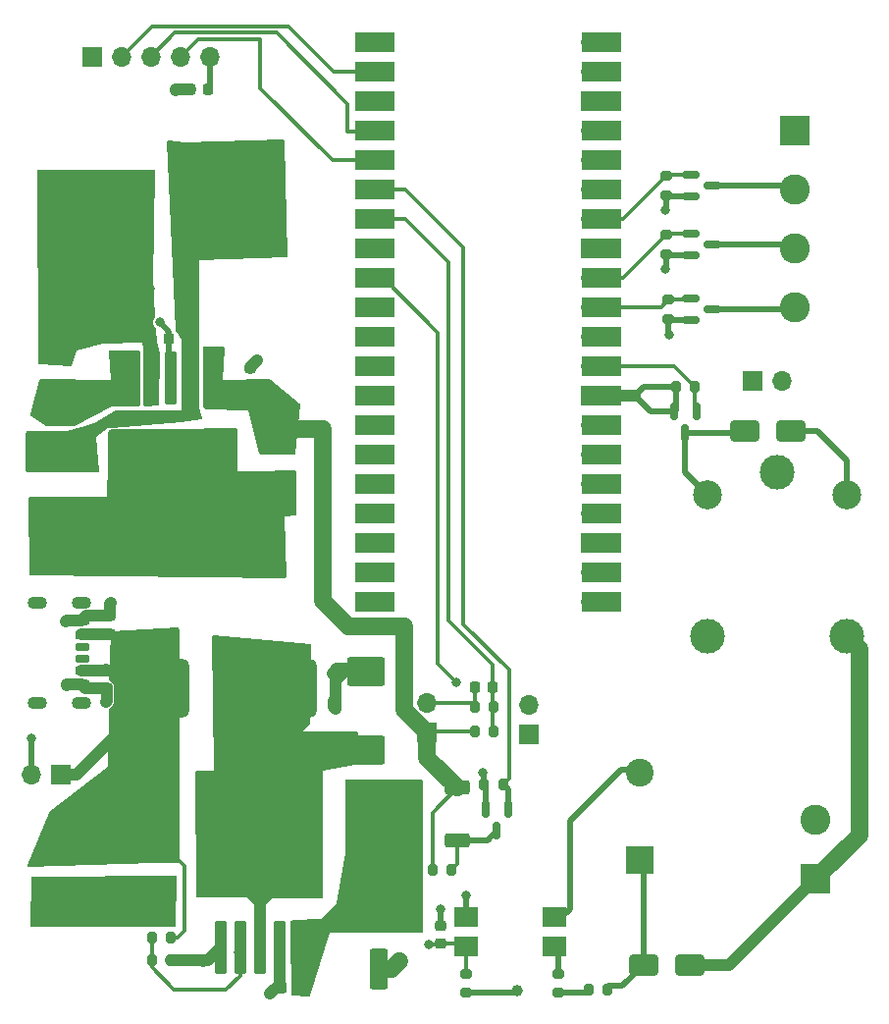
<source format=gbr>
%TF.GenerationSoftware,KiCad,Pcbnew,7.0.10*%
%TF.CreationDate,2024-02-03T01:06:53+01:00*%
%TF.ProjectId,Powerlabstech_Stool,506f7765-726c-4616-9273-746563685f53,rev?*%
%TF.SameCoordinates,Original*%
%TF.FileFunction,Copper,L1,Top*%
%TF.FilePolarity,Positive*%
%FSLAX46Y46*%
G04 Gerber Fmt 4.6, Leading zero omitted, Abs format (unit mm)*
G04 Created by KiCad (PCBNEW 7.0.10) date 2024-02-03 01:06:53*
%MOMM*%
%LPD*%
G01*
G04 APERTURE LIST*
G04 Aperture macros list*
%AMRoundRect*
0 Rectangle with rounded corners*
0 $1 Rounding radius*
0 $2 $3 $4 $5 $6 $7 $8 $9 X,Y pos of 4 corners*
0 Add a 4 corners polygon primitive as box body*
4,1,4,$2,$3,$4,$5,$6,$7,$8,$9,$2,$3,0*
0 Add four circle primitives for the rounded corners*
1,1,$1+$1,$2,$3*
1,1,$1+$1,$4,$5*
1,1,$1+$1,$6,$7*
1,1,$1+$1,$8,$9*
0 Add four rect primitives between the rounded corners*
20,1,$1+$1,$2,$3,$4,$5,0*
20,1,$1+$1,$4,$5,$6,$7,0*
20,1,$1+$1,$6,$7,$8,$9,0*
20,1,$1+$1,$8,$9,$2,$3,0*%
G04 Aperture macros list end*
%TA.AperFunction,SMDPad,CuDef*%
%ADD10RoundRect,0.175000X-0.425000X0.175000X-0.425000X-0.175000X0.425000X-0.175000X0.425000X0.175000X0*%
%TD*%
%TA.AperFunction,SMDPad,CuDef*%
%ADD11RoundRect,0.190000X0.410000X-0.190000X0.410000X0.190000X-0.410000X0.190000X-0.410000X-0.190000X0*%
%TD*%
%TA.AperFunction,SMDPad,CuDef*%
%ADD12RoundRect,0.200000X0.400000X-0.200000X0.400000X0.200000X-0.400000X0.200000X-0.400000X-0.200000X0*%
%TD*%
%TA.AperFunction,SMDPad,CuDef*%
%ADD13RoundRect,0.175000X0.425000X-0.175000X0.425000X0.175000X-0.425000X0.175000X-0.425000X-0.175000X0*%
%TD*%
%TA.AperFunction,SMDPad,CuDef*%
%ADD14RoundRect,0.190000X-0.410000X0.190000X-0.410000X-0.190000X0.410000X-0.190000X0.410000X0.190000X0*%
%TD*%
%TA.AperFunction,SMDPad,CuDef*%
%ADD15RoundRect,0.200000X-0.400000X0.200000X-0.400000X-0.200000X0.400000X-0.200000X0.400000X0.200000X0*%
%TD*%
%TA.AperFunction,ComponentPad*%
%ADD16O,1.700000X1.100000*%
%TD*%
%TA.AperFunction,SMDPad,CuDef*%
%ADD17RoundRect,0.225000X0.250000X-0.225000X0.250000X0.225000X-0.250000X0.225000X-0.250000X-0.225000X0*%
%TD*%
%TA.AperFunction,ComponentPad*%
%ADD18R,2.600000X2.600000*%
%TD*%
%TA.AperFunction,ComponentPad*%
%ADD19C,2.600000*%
%TD*%
%TA.AperFunction,SMDPad,CuDef*%
%ADD20RoundRect,0.250000X1.400000X1.000000X-1.400000X1.000000X-1.400000X-1.000000X1.400000X-1.000000X0*%
%TD*%
%TA.AperFunction,ComponentPad*%
%ADD21R,1.700000X1.700000*%
%TD*%
%TA.AperFunction,ComponentPad*%
%ADD22O,1.700000X1.700000*%
%TD*%
%TA.AperFunction,SMDPad,CuDef*%
%ADD23RoundRect,0.150000X-0.150000X0.587500X-0.150000X-0.587500X0.150000X-0.587500X0.150000X0.587500X0*%
%TD*%
%TA.AperFunction,SMDPad,CuDef*%
%ADD24RoundRect,0.250000X-0.550000X1.500000X-0.550000X-1.500000X0.550000X-1.500000X0.550000X1.500000X0*%
%TD*%
%TA.AperFunction,SMDPad,CuDef*%
%ADD25RoundRect,0.450000X1.800000X2.050000X-1.800000X2.050000X-1.800000X-2.050000X1.800000X-2.050000X0*%
%TD*%
%TA.AperFunction,SMDPad,CuDef*%
%ADD26RoundRect,0.200000X-0.275000X0.200000X-0.275000X-0.200000X0.275000X-0.200000X0.275000X0.200000X0*%
%TD*%
%TA.AperFunction,SMDPad,CuDef*%
%ADD27RoundRect,0.200000X0.275000X-0.200000X0.275000X0.200000X-0.275000X0.200000X-0.275000X-0.200000X0*%
%TD*%
%TA.AperFunction,SMDPad,CuDef*%
%ADD28RoundRect,0.225000X0.225000X0.250000X-0.225000X0.250000X-0.225000X-0.250000X0.225000X-0.250000X0*%
%TD*%
%TA.AperFunction,SMDPad,CuDef*%
%ADD29RoundRect,0.150000X-0.587500X-0.150000X0.587500X-0.150000X0.587500X0.150000X-0.587500X0.150000X0*%
%TD*%
%TA.AperFunction,SMDPad,CuDef*%
%ADD30RoundRect,0.200000X-0.200000X-0.275000X0.200000X-0.275000X0.200000X0.275000X-0.200000X0.275000X0*%
%TD*%
%TA.AperFunction,SMDPad,CuDef*%
%ADD31RoundRect,0.250000X-1.000000X-0.650000X1.000000X-0.650000X1.000000X0.650000X-1.000000X0.650000X0*%
%TD*%
%TA.AperFunction,SMDPad,CuDef*%
%ADD32RoundRect,0.200000X0.200000X0.275000X-0.200000X0.275000X-0.200000X-0.275000X0.200000X-0.275000X0*%
%TD*%
%TA.AperFunction,SMDPad,CuDef*%
%ADD33R,3.500000X1.700000*%
%TD*%
%TA.AperFunction,SMDPad,CuDef*%
%ADD34RoundRect,0.250000X-0.300000X2.050000X-0.300000X-2.050000X0.300000X-2.050000X0.300000X2.050000X0*%
%TD*%
%TA.AperFunction,SMDPad,CuDef*%
%ADD35RoundRect,0.250000X-2.375000X2.025000X-2.375000X-2.025000X2.375000X-2.025000X2.375000X2.025000X0*%
%TD*%
%TA.AperFunction,SMDPad,CuDef*%
%ADD36RoundRect,0.250002X-5.149998X4.449998X-5.149998X-4.449998X5.149998X-4.449998X5.149998X4.449998X0*%
%TD*%
%TA.AperFunction,SMDPad,CuDef*%
%ADD37RoundRect,0.250000X0.850000X0.350000X-0.850000X0.350000X-0.850000X-0.350000X0.850000X-0.350000X0*%
%TD*%
%TA.AperFunction,SMDPad,CuDef*%
%ADD38RoundRect,0.250000X1.275000X1.125000X-1.275000X1.125000X-1.275000X-1.125000X1.275000X-1.125000X0*%
%TD*%
%TA.AperFunction,SMDPad,CuDef*%
%ADD39RoundRect,0.249997X2.950003X2.650003X-2.950003X2.650003X-2.950003X-2.650003X2.950003X-2.650003X0*%
%TD*%
%TA.AperFunction,SMDPad,CuDef*%
%ADD40RoundRect,0.250000X-1.400000X-1.000000X1.400000X-1.000000X1.400000X1.000000X-1.400000X1.000000X0*%
%TD*%
%TA.AperFunction,SMDPad,CuDef*%
%ADD41R,2.000000X1.780000*%
%TD*%
%TA.AperFunction,SMDPad,CuDef*%
%ADD42RoundRect,0.250000X0.300000X-2.050000X0.300000X2.050000X-0.300000X2.050000X-0.300000X-2.050000X0*%
%TD*%
%TA.AperFunction,SMDPad,CuDef*%
%ADD43RoundRect,0.250000X2.375000X-2.025000X2.375000X2.025000X-2.375000X2.025000X-2.375000X-2.025000X0*%
%TD*%
%TA.AperFunction,SMDPad,CuDef*%
%ADD44RoundRect,0.250002X5.149998X-4.449998X5.149998X4.449998X-5.149998X4.449998X-5.149998X-4.449998X0*%
%TD*%
%TA.AperFunction,SMDPad,CuDef*%
%ADD45RoundRect,0.225000X-0.225000X-0.250000X0.225000X-0.250000X0.225000X0.250000X-0.225000X0.250000X0*%
%TD*%
%TA.AperFunction,SMDPad,CuDef*%
%ADD46RoundRect,0.250000X1.000000X0.650000X-1.000000X0.650000X-1.000000X-0.650000X1.000000X-0.650000X0*%
%TD*%
%TA.AperFunction,ComponentPad*%
%ADD47R,2.400000X2.400000*%
%TD*%
%TA.AperFunction,ComponentPad*%
%ADD48C,2.400000*%
%TD*%
%TA.AperFunction,SMDPad,CuDef*%
%ADD49RoundRect,0.225000X-0.250000X0.225000X-0.250000X-0.225000X0.250000X-0.225000X0.250000X0.225000X0*%
%TD*%
%TA.AperFunction,ComponentPad*%
%ADD50C,3.000000*%
%TD*%
%TA.AperFunction,ComponentPad*%
%ADD51C,2.500000*%
%TD*%
%TA.AperFunction,ViaPad*%
%ADD52C,0.800000*%
%TD*%
%TA.AperFunction,ViaPad*%
%ADD53C,1.000000*%
%TD*%
%TA.AperFunction,Conductor*%
%ADD54C,0.500000*%
%TD*%
%TA.AperFunction,Conductor*%
%ADD55C,1.000000*%
%TD*%
%TA.AperFunction,Conductor*%
%ADD56C,1.500000*%
%TD*%
%TA.AperFunction,Conductor*%
%ADD57C,0.300000*%
%TD*%
G04 APERTURE END LIST*
D10*
%TO.P,J6,A5,CC1*%
%TO.N,unconnected-(J6-CC1-PadA5)*%
X83090000Y-112590000D03*
D11*
%TO.P,J6,A9,VBUS*%
%TO.N,/sw_OUT*%
X83090000Y-114610000D03*
D12*
%TO.P,J6,A12,GND*%
%TO.N,GND*%
X83090000Y-115840000D03*
D13*
%TO.P,J6,B5,CC2*%
%TO.N,unconnected-(J6-CC2-PadB5)*%
X83090000Y-113590000D03*
D14*
%TO.P,J6,B9,VBUS*%
%TO.N,/sw_OUT*%
X83090000Y-111570000D03*
D15*
%TO.P,J6,B12,GND*%
%TO.N,GND*%
X83090000Y-110340000D03*
D16*
%TO.P,J6,S1,SHIELD*%
X83010000Y-108770000D03*
X79210000Y-108770000D03*
X83010000Y-117410000D03*
X79210000Y-117410000D03*
%TD*%
D17*
%TO.P,C14,2*%
%TO.N,GND*%
X85500000Y-109895000D03*
%TO.P,C14,1*%
%TO.N,/sw_OUT*%
X85500000Y-111445000D03*
%TD*%
D18*
%TO.P,D3,1,A*%
%TO.N,+5V*%
X144620000Y-68080000D03*
D19*
%TO.P,D3,2,RK*%
%TO.N,/LED_RED_OUT*%
X144620000Y-73160000D03*
%TO.P,D3,3,GK*%
%TO.N,/LED_GREEN_OUT*%
X144620000Y-78240000D03*
%TO.P,D3,4,BK*%
%TO.N,/LED_BLUE_OUT*%
X144620000Y-83320000D03*
%TD*%
D20*
%TO.P,D4,1,K*%
%TO.N,GND*%
X80772000Y-102460000D03*
%TO.P,D4,2,A*%
%TO.N,/out_1*%
X80772000Y-95660000D03*
%TD*%
D21*
%TO.P,J5,1,Pin_1*%
%TO.N,/sw_OUT*%
X81215000Y-123610000D03*
D22*
%TO.P,J5,2,Pin_2*%
%TO.N,GND*%
X78675000Y-123610000D03*
%TD*%
D23*
%TO.P,Q1,1,G*%
%TO.N,/MAINS_RELAY*%
X136078000Y-92280500D03*
%TO.P,Q1,2,S*%
%TO.N,GND*%
X134178000Y-92280500D03*
%TO.P,Q1,3,D*%
%TO.N,Net-(D2-A)*%
X135128000Y-94155500D03*
%TD*%
D24*
%TO.P,C10,1*%
%TO.N,/sw_OUT*%
X81580000Y-128885000D03*
%TO.P,C10,2*%
%TO.N,GND*%
X81580000Y-134285000D03*
%TD*%
D25*
%TO.P,L2,2,2*%
%TO.N,/sw_OUT*%
X90040000Y-116160000D03*
%TO.P,L2,1,1*%
%TO.N,/sw_1*%
X101040000Y-116160000D03*
%TD*%
D26*
%TO.P,R7,1*%
%TO.N,/LED_BLUE*%
X133696000Y-82641000D03*
%TO.P,R7,2*%
%TO.N,GND*%
X133696000Y-84291000D03*
%TD*%
D19*
%TO.P,J1,2,Pin_2*%
%TO.N,/NEUTRAL*%
X146375000Y-127485000D03*
D18*
%TO.P,J1,1,Pin_1*%
%TO.N,/LIVE*%
X146375000Y-132565000D03*
%TD*%
D27*
%TO.P,R2,1*%
%TO.N,+3.3V*%
X116200000Y-142425000D03*
%TO.P,R2,2*%
%TO.N,/MAINS_SENSE*%
X116200000Y-140775000D03*
%TD*%
D25*
%TO.P,L1,1,1*%
%TO.N,/out_1*%
X96550000Y-75940000D03*
%TO.P,L1,2,2*%
%TO.N,+5V*%
X85550000Y-75940000D03*
%TD*%
D28*
%TO.P,C9,1*%
%TO.N,/BATT_OUT+*%
X101825000Y-141960000D03*
%TO.P,C9,2*%
%TO.N,GND*%
X100275000Y-141960000D03*
%TD*%
D29*
%TO.P,Q2,1,G*%
%TO.N,/LED_RED*%
X135620500Y-71848000D03*
%TO.P,Q2,2,S*%
%TO.N,GND*%
X135620500Y-73748000D03*
%TO.P,Q2,3,D*%
%TO.N,/LED_RED_OUT*%
X137495500Y-72798000D03*
%TD*%
D30*
%TO.P,R12,1*%
%TO.N,/BATT_POS*%
X116945000Y-119895000D03*
%TO.P,R12,2*%
%TO.N,/BATT_READ*%
X118595000Y-119895000D03*
%TD*%
D27*
%TO.P,R3,1*%
%TO.N,Net-(R1-Pad2)*%
X124200000Y-142425000D03*
%TO.P,R3,2*%
%TO.N,Net-(R3-Pad2)*%
X124200000Y-140775000D03*
%TD*%
D31*
%TO.P,D1,1,K*%
%TO.N,/main_det_ret*%
X131500000Y-140000000D03*
%TO.P,D1,2,A*%
%TO.N,/LIVE*%
X135500000Y-140000000D03*
%TD*%
D32*
%TO.P,R4,1*%
%TO.N,/MAINS_RELAY*%
X135953000Y-90170000D03*
%TO.P,R4,2*%
%TO.N,GND*%
X134303000Y-90170000D03*
%TD*%
D22*
%TO.P,U5,1,GP0*%
%TO.N,unconnected-(U5-GP0-Pad1)*%
X109220000Y-60452000D03*
D33*
X108320000Y-60452000D03*
D22*
%TO.P,U5,2,GP1*%
%TO.N,/GSM_TXD*%
X109220000Y-62992000D03*
D33*
X108320000Y-62992000D03*
D21*
%TO.P,U5,3,GND*%
%TO.N,GND*%
X109220000Y-65532000D03*
D33*
X108320000Y-65532000D03*
D22*
%TO.P,U5,4,GP2*%
%TO.N,/GSM_RXD*%
X109220000Y-68072000D03*
D33*
X108320000Y-68072000D03*
D22*
%TO.P,U5,5,GP3*%
%TO.N,/GSM_RESET*%
X109220000Y-70612000D03*
D33*
X108320000Y-70612000D03*
D22*
%TO.P,U5,6,GP4*%
%TO.N,/LOAD_SWITCH*%
X109220000Y-73152000D03*
D33*
X108320000Y-73152000D03*
D22*
%TO.P,U5,7,GP5*%
%TO.N,/BATT_READ*%
X109220000Y-75692000D03*
D33*
X108320000Y-75692000D03*
D21*
%TO.P,U5,8,GND*%
%TO.N,unconnected-(U5-GND-Pad8)*%
X109220000Y-78232000D03*
D33*
X108320000Y-78232000D03*
D22*
%TO.P,U5,9,GP6*%
%TO.N,/MAINS_SENSE*%
X109220000Y-80772000D03*
D33*
X108320000Y-80772000D03*
D22*
%TO.P,U5,10,GP7*%
%TO.N,unconnected-(U5-GP7-Pad10)*%
X109220000Y-83312000D03*
D33*
X108320000Y-83312000D03*
D22*
%TO.P,U5,11,GP8*%
%TO.N,unconnected-(U5-GP8-Pad11)*%
X109220000Y-85852000D03*
D33*
X108320000Y-85852000D03*
D22*
%TO.P,U5,12,GP9*%
%TO.N,unconnected-(U5-GP9-Pad12)*%
X109220000Y-88392000D03*
D33*
X108320000Y-88392000D03*
D21*
%TO.P,U5,13,GND*%
%TO.N,GND*%
X109220000Y-90932000D03*
D33*
X108320000Y-90932000D03*
D22*
%TO.P,U5,14,GP10*%
%TO.N,unconnected-(U5-GP10-Pad14)*%
X109220000Y-93472000D03*
D33*
X108320000Y-93472000D03*
D22*
%TO.P,U5,15,GP11*%
%TO.N,unconnected-(U5-GP11-Pad15)*%
X109220000Y-96012000D03*
D33*
X108320000Y-96012000D03*
D22*
%TO.P,U5,16,GP12*%
%TO.N,unconnected-(U5-GP12-Pad16)*%
X109220000Y-98552000D03*
D33*
X108320000Y-98552000D03*
D22*
%TO.P,U5,17,GP13*%
%TO.N,unconnected-(U5-GP13-Pad17)*%
X109220000Y-101092000D03*
D33*
X108320000Y-101092000D03*
D21*
%TO.P,U5,18,GND*%
%TO.N,GND*%
X109220000Y-103632000D03*
D33*
X108320000Y-103632000D03*
D22*
%TO.P,U5,19,GP14*%
%TO.N,unconnected-(U5-GP14-Pad19)*%
X109220000Y-106172000D03*
D33*
X108320000Y-106172000D03*
D22*
%TO.P,U5,20,GP15*%
%TO.N,unconnected-(U5-GP15-Pad20)*%
X109220000Y-108712000D03*
D33*
X108320000Y-108712000D03*
D22*
%TO.P,U5,21,GP16*%
%TO.N,unconnected-(U5-GP16-Pad21)*%
X127000000Y-108712000D03*
D33*
X127900000Y-108712000D03*
D22*
%TO.P,U5,22,GP17*%
%TO.N,unconnected-(U5-GP17-Pad22)*%
X127000000Y-106172000D03*
D33*
X127900000Y-106172000D03*
D21*
%TO.P,U5,23,GND*%
%TO.N,GND*%
X127000000Y-103632000D03*
D33*
X127900000Y-103632000D03*
D22*
%TO.P,U5,24,GP18*%
%TO.N,unconnected-(U5-GP18-Pad24)*%
X127000000Y-101092000D03*
D33*
X127900000Y-101092000D03*
D22*
%TO.P,U5,25,GP19*%
%TO.N,unconnected-(U5-GP19-Pad25)*%
X127000000Y-98552000D03*
D33*
X127900000Y-98552000D03*
D22*
%TO.P,U5,26,GP20*%
%TO.N,unconnected-(U5-GP20-Pad26)*%
X127000000Y-96012000D03*
D33*
X127900000Y-96012000D03*
D22*
%TO.P,U5,27,GP21*%
%TO.N,unconnected-(U5-GP21-Pad27)*%
X127000000Y-93472000D03*
D33*
X127900000Y-93472000D03*
D21*
%TO.P,U5,28,GND*%
%TO.N,GND*%
X127000000Y-90932000D03*
D33*
X127900000Y-90932000D03*
D22*
%TO.P,U5,29,GP22*%
%TO.N,/MAINS_RELAY*%
X127000000Y-88392000D03*
D33*
X127900000Y-88392000D03*
D22*
%TO.P,U5,30,~{RUN}*%
%TO.N,unconnected-(U5-~{RUN}-Pad30)*%
X127000000Y-85852000D03*
D33*
X127900000Y-85852000D03*
D22*
%TO.P,U5,31,GP26*%
%TO.N,/LED_BLUE*%
X127000000Y-83312000D03*
D33*
X127900000Y-83312000D03*
D22*
%TO.P,U5,32,GP27*%
%TO.N,/LED_GREEN*%
X127000000Y-80772000D03*
D33*
X127900000Y-80772000D03*
D21*
%TO.P,U5,33,AGND*%
%TO.N,GND*%
X127000000Y-78232000D03*
D33*
X127900000Y-78232000D03*
D22*
%TO.P,U5,34,GP28*%
%TO.N,/LED_RED*%
X127000000Y-75692000D03*
D33*
X127900000Y-75692000D03*
D22*
%TO.P,U5,35,ADC_VREF*%
%TO.N,unconnected-(U5-ADC_VREF-Pad35)*%
X127000000Y-73152000D03*
D33*
X127900000Y-73152000D03*
D22*
%TO.P,U5,36,3V3_OUT*%
%TO.N,+3.3V*%
X127000000Y-70612000D03*
D33*
X127900000Y-70612000D03*
D22*
%TO.P,U5,37,3V3_EN*%
%TO.N,unconnected-(U5-3V3_EN-Pad37)*%
X127000000Y-68072000D03*
D33*
X127900000Y-68072000D03*
D21*
%TO.P,U5,38,GND*%
%TO.N,unconnected-(U5-GND-Pad38)*%
X127000000Y-65532000D03*
D33*
X127900000Y-65532000D03*
D22*
%TO.P,U5,39,VSYS*%
%TO.N,+5V*%
X127000000Y-62992000D03*
D33*
X127900000Y-62992000D03*
D22*
%TO.P,U5,40,VBUS*%
%TO.N,unconnected-(U5-VBUS-Pad40)*%
X127000000Y-60452000D03*
D33*
X127900000Y-60452000D03*
%TD*%
D29*
%TO.P,Q4,1,G*%
%TO.N,/LED_BLUE*%
X135620500Y-82516000D03*
%TO.P,Q4,2,S*%
%TO.N,GND*%
X135620500Y-84416000D03*
%TO.P,Q4,3,D*%
%TO.N,/LED_BLUE_OUT*%
X137495500Y-83466000D03*
%TD*%
D34*
%TO.P,U3,1,VIN*%
%TO.N,/BATT_POS*%
X94170000Y-89380000D03*
%TO.P,U3,2,OUT*%
%TO.N,/out_1*%
X92470000Y-89380000D03*
%TO.P,U3,3,GND*%
%TO.N,GND*%
X90770000Y-89380000D03*
D35*
X93545000Y-96105000D03*
X87995000Y-96105000D03*
D36*
X90770000Y-98530000D03*
D35*
X93545000Y-100955000D03*
X87995000Y-100955000D03*
D34*
%TO.P,U3,4,FB*%
%TO.N,+5V*%
X89070000Y-89380000D03*
%TO.P,U3,5,~{ON}/OFF*%
%TO.N,GND*%
X87370000Y-89380000D03*
%TD*%
D21*
%TO.P,J3,1,Pin_1*%
%TO.N,/BATT_POS*%
X121600000Y-120105000D03*
D22*
%TO.P,J3,2,Pin_2*%
%TO.N,GND*%
X121600000Y-117565000D03*
%TD*%
D30*
%TO.P,R11,1*%
%TO.N,/FB_1*%
X89091000Y-139585000D03*
%TO.P,R11,2*%
%TO.N,GND*%
X90741000Y-139585000D03*
%TD*%
D26*
%TO.P,R6,1*%
%TO.N,/LED_GREEN*%
X133510000Y-77053000D03*
%TO.P,R6,2*%
%TO.N,GND*%
X133510000Y-78703000D03*
%TD*%
D24*
%TO.P,C7,1*%
%TO.N,+5V*%
X80750000Y-86190000D03*
%TO.P,C7,2*%
%TO.N,GND*%
X80750000Y-91590000D03*
%TD*%
D37*
%TO.P,Q5,1,G*%
%TO.N,Net-(Q5-G)*%
X115452000Y-129280000D03*
D38*
%TO.P,Q5,2,D*%
%TO.N,/BATT_OUT+*%
X110827000Y-128525000D03*
X110827000Y-125475000D03*
D39*
X109152000Y-127000000D03*
D38*
X107477000Y-128525000D03*
X107477000Y-125475000D03*
D37*
%TO.P,Q5,3,S*%
%TO.N,/BATT_POS*%
X115452000Y-124720000D03*
%TD*%
D17*
%TO.P,C5,1*%
%TO.N,/BATT_POS*%
X97570000Y-90080000D03*
%TO.P,C5,2*%
%TO.N,GND*%
X97570000Y-88530000D03*
%TD*%
%TO.P,C2,1*%
%TO.N,/MAINS_SENSE*%
X114000000Y-138175000D03*
%TO.P,C2,2*%
%TO.N,GND*%
X114000000Y-136625000D03*
%TD*%
D23*
%TO.P,Q6,1,G*%
%TO.N,/LOAD_SWITCH*%
X119822000Y-126570500D03*
%TO.P,Q6,2,S*%
%TO.N,GND*%
X117922000Y-126570500D03*
%TO.P,Q6,3,D*%
%TO.N,Net-(Q5-G)*%
X118872000Y-128445500D03*
%TD*%
D40*
%TO.P,D5,2,A*%
%TO.N,/sw_1*%
X107560000Y-121462500D03*
%TO.P,D5,1,K*%
%TO.N,GND*%
X107560000Y-114662500D03*
%TD*%
D29*
%TO.P,Q3,1,G*%
%TO.N,/LED_GREEN*%
X135620500Y-76928000D03*
%TO.P,Q3,2,S*%
%TO.N,GND*%
X135620500Y-78828000D03*
%TO.P,Q3,3,D*%
%TO.N,/LED_GREEN_OUT*%
X137495500Y-77878000D03*
%TD*%
D21*
%TO.P,J4,1,Pin_1*%
%TO.N,GND*%
X83945000Y-61680000D03*
D22*
%TO.P,J4,2,Pin_2*%
%TO.N,/GSM_TXD*%
X86485000Y-61680000D03*
%TO.P,J4,3,Pin_3*%
%TO.N,/GSM_RXD*%
X89025000Y-61680000D03*
%TO.P,J4,4,Pin_4*%
%TO.N,/GSM_RESET*%
X91565000Y-61680000D03*
%TO.P,J4,5,Pin_5*%
%TO.N,+5V*%
X94105000Y-61680000D03*
%TD*%
D41*
%TO.P,U1,1*%
%TO.N,Net-(R3-Pad2)*%
X123820000Y-138420000D03*
%TO.P,U1,2*%
%TO.N,/NEUTRAL*%
X123820000Y-135880000D03*
%TO.P,U1,3*%
%TO.N,GND*%
X116200000Y-135880000D03*
%TO.P,U1,4*%
%TO.N,/MAINS_SENSE*%
X116200000Y-138420000D03*
%TD*%
D24*
%TO.P,C8,1*%
%TO.N,/BATT_OUT+*%
X108712000Y-134968000D03*
%TO.P,C8,2*%
%TO.N,GND*%
X108712000Y-140368000D03*
%TD*%
D21*
%TO.P,BT1,1,+*%
%TO.N,/BATT_POS*%
X112870000Y-119985000D03*
D22*
%TO.P,BT1,2,-*%
%TO.N,GND*%
X112870000Y-117445000D03*
%TD*%
D32*
%TO.P,R1,1*%
%TO.N,/main_det_ret*%
X128410000Y-142175000D03*
%TO.P,R1,2*%
%TO.N,Net-(R1-Pad2)*%
X126760000Y-142175000D03*
%TD*%
D26*
%TO.P,R5,1*%
%TO.N,/LED_RED*%
X133510000Y-71973000D03*
%TO.P,R5,2*%
%TO.N,GND*%
X133510000Y-73623000D03*
%TD*%
D32*
%TO.P,R10,1*%
%TO.N,/LOAD_SWITCH*%
X119415000Y-124460000D03*
%TO.P,R10,2*%
%TO.N,GND*%
X117765000Y-124460000D03*
%TD*%
D42*
%TO.P,U4,1,GND*%
%TO.N,GND*%
X95020000Y-138525000D03*
%TO.P,U4,2,FB*%
%TO.N,/FB_1*%
X96720000Y-138525000D03*
%TO.P,U4,3,SW*%
%TO.N,/sw_1*%
X98420000Y-138525000D03*
D43*
X95645000Y-131800000D03*
X101195000Y-131800000D03*
D44*
X98420000Y-129375000D03*
D43*
X95645000Y-126950000D03*
X101195000Y-126950000D03*
D42*
%TO.P,U4,4,VC*%
%TO.N,GND*%
X100120000Y-138525000D03*
%TO.P,U4,5,VIN*%
%TO.N,/BATT_OUT+*%
X101820000Y-138525000D03*
%TD*%
D24*
%TO.P,C4,1*%
%TO.N,/BATT_POS*%
X100330000Y-93880000D03*
%TO.P,C4,2*%
%TO.N,GND*%
X100330000Y-99280000D03*
%TD*%
D28*
%TO.P,C13,1*%
%TO.N,/BATT_READ*%
X118505000Y-116025000D03*
%TO.P,C13,2*%
%TO.N,GND*%
X116955000Y-116025000D03*
%TD*%
D32*
%TO.P,R13,1*%
%TO.N,/BATT_READ*%
X118615000Y-117765000D03*
%TO.P,R13,2*%
%TO.N,GND*%
X116965000Y-117765000D03*
%TD*%
D30*
%TO.P,R8,1*%
%TO.N,/BATT_POS*%
X113315000Y-131810000D03*
%TO.P,R8,2*%
%TO.N,Net-(Q5-G)*%
X114965000Y-131810000D03*
%TD*%
D28*
%TO.P,C3,1*%
%TO.N,+5V*%
X93935000Y-64520000D03*
%TO.P,C3,2*%
%TO.N,GND*%
X92385000Y-64520000D03*
%TD*%
D45*
%TO.P,C6,1*%
%TO.N,+5V*%
X89025000Y-85970000D03*
%TO.P,C6,2*%
%TO.N,GND*%
X90575000Y-85970000D03*
%TD*%
D46*
%TO.P,D2,1,K*%
%TO.N,+5V*%
X144240000Y-93980000D03*
%TO.P,D2,2,A*%
%TO.N,Net-(D2-A)*%
X140240000Y-93980000D03*
%TD*%
D47*
%TO.P,C1,1*%
%TO.N,/main_det_ret*%
X131190000Y-130930000D03*
D48*
%TO.P,C1,2*%
%TO.N,/NEUTRAL*%
X131190000Y-123430000D03*
%TD*%
D32*
%TO.P,R9,1*%
%TO.N,/sw_OUT*%
X90741000Y-137685000D03*
%TO.P,R9,2*%
%TO.N,/FB_1*%
X89091000Y-137685000D03*
%TD*%
D49*
%TO.P,C12,1*%
%TO.N,/sw_OUT*%
X85190000Y-114575000D03*
%TO.P,C12,2*%
%TO.N,GND*%
X85190000Y-116125000D03*
%TD*%
D21*
%TO.P,J2,1,Pin_1*%
%TO.N,/NEUTRAL*%
X140970000Y-89662000D03*
D22*
%TO.P,J2,2,Pin_2*%
%TO.N,/LIVE_RELAY_CHARGER_OUT*%
X143510000Y-89662000D03*
%TD*%
D24*
%TO.P,C11,1*%
%TO.N,/sw_OUT*%
X89020000Y-128885000D03*
%TO.P,C11,2*%
%TO.N,GND*%
X89020000Y-134285000D03*
%TD*%
D50*
%TO.P,K1,1*%
%TO.N,/LIVE_RELAY_CHARGER_OUT*%
X143088000Y-97472000D03*
D51*
%TO.P,K1,2*%
%TO.N,Net-(D2-A)*%
X137038000Y-99422000D03*
D50*
%TO.P,K1,3*%
%TO.N,unconnected-(K1-Pad3)*%
X137038000Y-111622000D03*
%TO.P,K1,4*%
%TO.N,/LIVE*%
X149088000Y-111672000D03*
D51*
%TO.P,K1,5*%
%TO.N,+5V*%
X149038000Y-99422000D03*
%TD*%
D52*
%TO.N,GND*%
X89780000Y-84600000D03*
X81770000Y-115860000D03*
X81700000Y-110420000D03*
X85590000Y-108780000D03*
X85160000Y-117290000D03*
X78675000Y-120480000D03*
X133760000Y-85700000D03*
X133410000Y-79970000D03*
X133440000Y-74890000D03*
D53*
X99060000Y-101600000D03*
X83566000Y-135890000D03*
D52*
X84710000Y-91110000D03*
X91950000Y-139630000D03*
D53*
X87630000Y-105410000D03*
D52*
X104880000Y-116390000D03*
D53*
X91186000Y-104902000D03*
X87122000Y-134366000D03*
X110490000Y-139700000D03*
X90678000Y-133604000D03*
D52*
X104990000Y-117940000D03*
X98190000Y-87850000D03*
D53*
X82804000Y-105410000D03*
D52*
X116200000Y-134000000D03*
X85770000Y-90780000D03*
D53*
X85598000Y-104902000D03*
D52*
X91150000Y-64560000D03*
D53*
X130810000Y-90932000D03*
D52*
X117670000Y-123390000D03*
X114000000Y-135200000D03*
D53*
X98298000Y-103378000D03*
X99314000Y-142494000D03*
X83058000Y-100584000D03*
D52*
X83680000Y-92250000D03*
X93550000Y-139680000D03*
D53*
X79756000Y-134112000D03*
X90678000Y-135890000D03*
D52*
X82630000Y-90170000D03*
X79100000Y-92090000D03*
X86020000Y-87820000D03*
D53*
X83820000Y-133604000D03*
X98298000Y-105664000D03*
X80772000Y-105156000D03*
X94996000Y-105156000D03*
X86868000Y-135890000D03*
D52*
X86080000Y-89180000D03*
D53*
X79502000Y-135890000D03*
D52*
%TO.N,+5V*%
X88920000Y-81710000D03*
X83360000Y-80150000D03*
X82730000Y-81440000D03*
X84410000Y-81710000D03*
X86010000Y-79900000D03*
X84490000Y-80140000D03*
X85900000Y-81430000D03*
X87480000Y-81560000D03*
%TO.N,/MAINS_SENSE*%
X115390000Y-115650000D03*
X113000000Y-138200000D03*
D53*
%TO.N,+3.3V*%
X120650000Y-142240000D03*
%TD*%
D54*
%TO.N,GND*%
X90575000Y-85395000D02*
X89780000Y-84600000D01*
X90575000Y-85970000D02*
X90575000Y-85395000D01*
D55*
X81790000Y-115840000D02*
X81770000Y-115860000D01*
X83042500Y-115840000D02*
X81790000Y-115840000D01*
X81780000Y-110340000D02*
X81700000Y-110420000D01*
X83042500Y-110340000D02*
X81780000Y-110340000D01*
X85500000Y-108870000D02*
X85590000Y-108780000D01*
X85500000Y-109895000D02*
X85500000Y-108870000D01*
X85190000Y-117260000D02*
X85160000Y-117290000D01*
X85190000Y-116125000D02*
X85190000Y-117260000D01*
X83042500Y-110340000D02*
X83487500Y-109895000D01*
X83487500Y-109895000D02*
X85500000Y-109895000D01*
X83042500Y-115840000D02*
X83327500Y-116125000D01*
X83327500Y-116125000D02*
X85190000Y-116125000D01*
%TO.N,/sw_OUT*%
X83042500Y-114610000D02*
X85155000Y-114610000D01*
X85155000Y-114610000D02*
X85190000Y-114575000D01*
X81215000Y-123610000D02*
X82590000Y-123610000D01*
X82590000Y-123610000D02*
X90040000Y-116160000D01*
D56*
%TO.N,/BATT_POS*%
X100330000Y-93880000D02*
X100460000Y-93750000D01*
X106020000Y-110790000D02*
X110920000Y-110790000D01*
X110920000Y-110790000D02*
X110920000Y-118035000D01*
X110920000Y-118035000D02*
X112870000Y-119985000D01*
X100460000Y-93750000D02*
X103830000Y-93750000D01*
X103830000Y-93750000D02*
X103830000Y-108600000D01*
X103830000Y-108600000D02*
X106020000Y-110790000D01*
D55*
%TO.N,/sw_OUT*%
X83060000Y-111510000D02*
X85435000Y-111510000D01*
X85435000Y-111510000D02*
X85500000Y-111445000D01*
X85165000Y-114550000D02*
X85190000Y-114575000D01*
%TO.N,GND*%
X104990000Y-117940000D02*
X104990000Y-115460000D01*
X104720000Y-114832500D02*
X105072500Y-114480000D01*
X105072500Y-114480000D02*
X105970000Y-114480000D01*
X104990000Y-115460000D02*
X105970000Y-114480000D01*
D54*
%TO.N,/LED_BLUE_OUT*%
X137495500Y-83466000D02*
X144474000Y-83466000D01*
X144474000Y-83466000D02*
X144620000Y-83320000D01*
%TO.N,GND*%
X135620500Y-84416000D02*
X133821000Y-84416000D01*
X133821000Y-84416000D02*
X133696000Y-84291000D01*
X133696000Y-85636000D02*
X133760000Y-85700000D01*
X133696000Y-84291000D02*
X133696000Y-85636000D01*
X133510000Y-79870000D02*
X133410000Y-79970000D01*
X133510000Y-78703000D02*
X133510000Y-79870000D01*
X135620500Y-73748000D02*
X133635000Y-73748000D01*
X133635000Y-73748000D02*
X133510000Y-73623000D01*
X135620500Y-78828000D02*
X133635000Y-78828000D01*
X133635000Y-78828000D02*
X133510000Y-78703000D01*
%TO.N,/LED_GREEN_OUT*%
X137495500Y-77878000D02*
X144258000Y-77878000D01*
X144258000Y-77878000D02*
X144620000Y-78240000D01*
%TO.N,/LED_RED_OUT*%
X137495500Y-72798000D02*
X144258000Y-72798000D01*
X144258000Y-72798000D02*
X144620000Y-73160000D01*
%TO.N,GND*%
X133510000Y-74820000D02*
X133440000Y-74890000D01*
X133510000Y-73623000D02*
X133510000Y-74820000D01*
D57*
%TO.N,/LED_RED*%
X135620500Y-71848000D02*
X133635000Y-71848000D01*
X133635000Y-71848000D02*
X133510000Y-71973000D01*
%TO.N,/LED_GREEN*%
X135620500Y-76928000D02*
X133635000Y-76928000D01*
X133635000Y-76928000D02*
X133510000Y-77053000D01*
%TO.N,/LED_BLUE*%
X133696000Y-82641000D02*
X135495500Y-82641000D01*
X135495500Y-82641000D02*
X135620500Y-82516000D01*
X133696000Y-82641000D02*
X133025000Y-83312000D01*
X133025000Y-83312000D02*
X127000000Y-83312000D01*
%TO.N,/LED_GREEN*%
X133510000Y-77053000D02*
X129791000Y-80772000D01*
X129791000Y-80772000D02*
X127000000Y-80772000D01*
%TO.N,/LED_RED*%
X129760000Y-75692000D02*
X126890000Y-75692000D01*
X129760000Y-75692000D02*
X129791000Y-75692000D01*
X129791000Y-75692000D02*
X133510000Y-71973000D01*
D54*
%TO.N,GND*%
X90575000Y-85970000D02*
X90575000Y-89185000D01*
X90575000Y-89185000D02*
X90770000Y-89380000D01*
%TO.N,Net-(R3-Pad2)*%
X124200000Y-140457500D02*
X124200000Y-139542500D01*
X124200000Y-139542500D02*
X124200000Y-138502500D01*
X124200000Y-138502500D02*
X123990000Y-138292500D01*
%TO.N,Net-(R1-Pad2)*%
X124200000Y-142425000D02*
X126510000Y-142425000D01*
X126510000Y-142425000D02*
X126760000Y-142175000D01*
%TO.N,/NEUTRAL*%
X125200000Y-127560000D02*
X129560000Y-123200000D01*
X129560000Y-123200000D02*
X130930000Y-123200000D01*
D57*
%TO.N,/MAINS_SENSE*%
X116200000Y-138420000D02*
X116200000Y-140775000D01*
D54*
%TO.N,+3.3V*%
X120515000Y-142105000D02*
X120220000Y-142400000D01*
X120220000Y-142400000D02*
X116225000Y-142400000D01*
X116225000Y-142400000D02*
X116200000Y-142425000D01*
D57*
%TO.N,/MAINS_SENSE*%
X114000000Y-138175000D02*
X115955000Y-138175000D01*
X115955000Y-138175000D02*
X116200000Y-138420000D01*
X113000000Y-138200000D02*
X113975000Y-138200000D01*
X113975000Y-138200000D02*
X114000000Y-138175000D01*
D54*
%TO.N,GND*%
X116200000Y-134000000D02*
X116200000Y-135880000D01*
X114000000Y-136625000D02*
X114000000Y-135200000D01*
D57*
%TO.N,/BATT_POS*%
X112870000Y-119985000D02*
X112870000Y-121190000D01*
D56*
X112870000Y-122138000D02*
X112870000Y-119985000D01*
D57*
X113315000Y-126857000D02*
X115452000Y-124720000D01*
X116945000Y-119895000D02*
X112960000Y-119895000D01*
D56*
X112870000Y-121190000D02*
X112870000Y-122138000D01*
X112870000Y-122138000D02*
X115452000Y-124720000D01*
D57*
X113315000Y-131810000D02*
X113315000Y-126857000D01*
X112960000Y-119895000D02*
X112870000Y-119985000D01*
D55*
%TO.N,GND*%
X97570000Y-88530000D02*
X97570000Y-88470000D01*
D57*
X116955000Y-117755000D02*
X116955000Y-116025000D01*
D54*
X131572000Y-90170000D02*
X130810000Y-90932000D01*
D55*
X91585000Y-139585000D02*
X93455000Y-139585000D01*
D57*
X116965000Y-117765000D02*
X116955000Y-117755000D01*
D54*
X134178000Y-92280500D02*
X132158500Y-92280500D01*
D55*
X93550000Y-139680000D02*
X93645000Y-139585000D01*
X91560000Y-139610000D02*
X91585000Y-139585000D01*
D57*
X116645000Y-117445000D02*
X112870000Y-117445000D01*
D55*
X100120000Y-138525000D02*
X100120000Y-140970000D01*
X100120000Y-140970000D02*
X100120000Y-141688000D01*
D57*
X116965000Y-117765000D02*
X116645000Y-117445000D01*
D54*
X78675000Y-120480000D02*
X78745000Y-120410000D01*
D55*
X93960000Y-139585000D02*
X95020000Y-138525000D01*
X100120000Y-140970000D02*
X100120000Y-141805000D01*
X97570000Y-88470000D02*
X98190000Y-87850000D01*
D56*
X86490000Y-102460000D02*
X87995000Y-100955000D01*
D55*
X126890000Y-90932000D02*
X130810000Y-90932000D01*
X93455000Y-139585000D02*
X93550000Y-139680000D01*
X92385000Y-64520000D02*
X91190000Y-64520000D01*
X90741000Y-139585000D02*
X91535000Y-139585000D01*
D54*
X87370000Y-89380000D02*
X87370000Y-88220000D01*
X117922000Y-126570500D02*
X117922000Y-124617000D01*
D55*
X91535000Y-139585000D02*
X91560000Y-139610000D01*
D54*
X134303000Y-90170000D02*
X131572000Y-90170000D01*
D55*
X91190000Y-64520000D02*
X91150000Y-64560000D01*
D54*
X78675000Y-123610000D02*
X78675000Y-120480000D01*
D56*
X109822000Y-140368000D02*
X110490000Y-139700000D01*
X80772000Y-102460000D02*
X86490000Y-102460000D01*
D55*
X104820000Y-117770000D02*
X104990000Y-117940000D01*
D54*
X117765000Y-123485000D02*
X117670000Y-123390000D01*
X132158500Y-92280500D02*
X130810000Y-90932000D01*
D55*
X100120000Y-141688000D02*
X99314000Y-142494000D01*
X104820000Y-117240000D02*
X104820000Y-117770000D01*
D54*
X117922000Y-124617000D02*
X117765000Y-124460000D01*
X117765000Y-124460000D02*
X117765000Y-123485000D01*
X134303000Y-92155500D02*
X134178000Y-92280500D01*
D55*
X93645000Y-139585000D02*
X93960000Y-139585000D01*
D56*
X108712000Y-140368000D02*
X109822000Y-140368000D01*
D54*
X134303000Y-90170000D02*
X134303000Y-92155500D01*
%TO.N,+5V*%
X93935000Y-64520000D02*
X94105000Y-64350000D01*
X149038000Y-96460000D02*
X149038000Y-99422000D01*
X144240000Y-93980000D02*
X146558000Y-93980000D01*
X146558000Y-93980000D02*
X149038000Y-96460000D01*
X94105000Y-64350000D02*
X94105000Y-61680000D01*
%TO.N,/NEUTRAL*%
X124840000Y-135510000D02*
X125200000Y-135150000D01*
X125200000Y-135150000D02*
X125200000Y-127560000D01*
D57*
%TO.N,/MAINS_SENSE*%
X109110000Y-80772000D02*
X113790000Y-85452000D01*
X113790000Y-85452000D02*
X113790000Y-114050000D01*
X113790000Y-114050000D02*
X115390000Y-115650000D01*
%TO.N,/GSM_TXD*%
X104802000Y-62992000D02*
X109110000Y-62992000D01*
X100860000Y-59050000D02*
X104802000Y-62992000D01*
X89115000Y-59050000D02*
X100860000Y-59050000D01*
X86485000Y-61680000D02*
X89115000Y-59050000D01*
%TO.N,/BATT_READ*%
X114650000Y-110270000D02*
X114650000Y-79360000D01*
X118505000Y-114125000D02*
X114650000Y-110270000D01*
X118505000Y-116025000D02*
X118505000Y-119805000D01*
X114650000Y-79360000D02*
X110982000Y-75692000D01*
X118505000Y-116025000D02*
X118505000Y-114125000D01*
X118505000Y-119805000D02*
X118595000Y-119895000D01*
X110982000Y-75692000D02*
X109110000Y-75692000D01*
%TO.N,/GSM_RXD*%
X99840000Y-59600000D02*
X106000000Y-65760000D01*
X109042000Y-68140000D02*
X109110000Y-68072000D01*
X91105000Y-59600000D02*
X99840000Y-59600000D01*
X89025000Y-61680000D02*
X91105000Y-59600000D01*
X106000000Y-68140000D02*
X109042000Y-68140000D01*
X106000000Y-65760000D02*
X106000000Y-68140000D01*
D55*
%TO.N,/LIVE*%
X138940000Y-140000000D02*
X146640000Y-132300000D01*
D56*
X149088000Y-111672000D02*
X150130000Y-112714000D01*
X150130000Y-112714000D02*
X150130000Y-128810000D01*
D55*
X135500000Y-140000000D02*
X138940000Y-140000000D01*
D56*
X150130000Y-128810000D02*
X146640000Y-132300000D01*
D57*
%TO.N,/MAINS_RELAY*%
X134175000Y-88392000D02*
X126890000Y-88392000D01*
X135953000Y-92155500D02*
X136078000Y-92280500D01*
X135953000Y-90170000D02*
X135953000Y-92155500D01*
X134175000Y-88392000D02*
X135953000Y-90170000D01*
%TO.N,/LOAD_SWITCH*%
X116000000Y-110600000D02*
X119970000Y-114570000D01*
X119970000Y-123905000D02*
X119415000Y-124460000D01*
X119970000Y-114570000D02*
X119970000Y-123905000D01*
D54*
X119822000Y-124867000D02*
X119822000Y-126570500D01*
D57*
X109110000Y-73152000D02*
X110992000Y-73152000D01*
D54*
X119415000Y-124460000D02*
X119822000Y-124867000D01*
D57*
X110992000Y-73152000D02*
X116000000Y-78160000D01*
X116000000Y-78160000D02*
X116000000Y-110600000D01*
%TO.N,/GSM_RESET*%
X91565000Y-61680000D02*
X93095000Y-60150000D01*
X104662000Y-70612000D02*
X109110000Y-70612000D01*
X93095000Y-60150000D02*
X98430000Y-60150000D01*
X98430000Y-64380000D02*
X104662000Y-70612000D01*
X98430000Y-60150000D02*
X98430000Y-64380000D01*
D55*
%TO.N,/sw_1*%
X98420000Y-134575000D02*
X101195000Y-131800000D01*
X98420000Y-138525000D02*
X98420000Y-134575000D01*
X98420000Y-134575000D02*
X95645000Y-131800000D01*
D57*
%TO.N,/FB_1*%
X89091000Y-137685000D02*
X89091000Y-139585000D01*
X91010000Y-142140000D02*
X95510000Y-142140000D01*
X96720000Y-140930000D02*
X95510000Y-142140000D01*
X89091000Y-139585000D02*
X89091000Y-140221000D01*
X96310000Y-138935000D02*
X96720000Y-138525000D01*
X89091000Y-140221000D02*
X91010000Y-142140000D01*
X96720000Y-138525000D02*
X96720000Y-140930000D01*
D54*
%TO.N,/main_det_ret*%
X131500000Y-130227780D02*
X131630000Y-130097780D01*
X131500000Y-140000000D02*
X131500000Y-130227780D01*
X128460000Y-141790000D02*
X129710000Y-141790000D01*
X129710000Y-141790000D02*
X131500000Y-140000000D01*
X131630000Y-139870000D02*
X131500000Y-140000000D01*
D57*
%TO.N,/sw_OUT*%
X91950000Y-131500000D02*
X89295000Y-128845000D01*
X90741000Y-137685000D02*
X91325000Y-137685000D01*
X89295000Y-128845000D02*
X89020000Y-128845000D01*
X91325000Y-137685000D02*
X91950000Y-137060000D01*
X91950000Y-137060000D02*
X91950000Y-131500000D01*
D54*
%TO.N,Net-(D2-A)*%
X135128000Y-97512000D02*
X137038000Y-99422000D01*
X135128000Y-94155500D02*
X140064500Y-94155500D01*
X135128000Y-94155500D02*
X135128000Y-97512000D01*
X140064500Y-94155500D02*
X140240000Y-93980000D01*
D57*
%TO.N,Net-(Q5-G)*%
X115452000Y-131323000D02*
X115452000Y-129280000D01*
X114965000Y-131810000D02*
X115452000Y-131323000D01*
D54*
X118037500Y-129280000D02*
X118872000Y-128445500D01*
X115452000Y-129280000D02*
X118037500Y-129280000D01*
%TD*%
%TA.AperFunction,Conductor*%
%TO.N,/out_1*%
G36*
X100527095Y-68855366D02*
G01*
X100574382Y-68906802D01*
X100587112Y-68958508D01*
X100834926Y-78871066D01*
X100816923Y-78938576D01*
X100765279Y-78985637D01*
X100715096Y-78998096D01*
X93218000Y-79248000D01*
X93218000Y-91948000D01*
X93217999Y-91948000D01*
X91694000Y-92202000D01*
X91694000Y-86106000D01*
X91694000Y-86105999D01*
X91205105Y-85372658D01*
X91184412Y-85309595D01*
X90431073Y-68987250D01*
X90447646Y-68919375D01*
X90498284Y-68871234D01*
X90566910Y-68858113D01*
X90575326Y-68859221D01*
X91948000Y-69088000D01*
X100459508Y-68837661D01*
X100527095Y-68855366D01*
G37*
%TD.AperFunction*%
%TD*%
%TA.AperFunction,Conductor*%
%TO.N,GND*%
G36*
X88041375Y-87020325D02*
G01*
X88087703Y-87072627D01*
X88099476Y-87125882D01*
X88080513Y-91686516D01*
X88060550Y-91753473D01*
X88007556Y-91799008D01*
X87956514Y-91810000D01*
X85629997Y-91810000D01*
X82408121Y-93554771D01*
X82348022Y-93569729D01*
X80056749Y-93550311D01*
X79989879Y-93530059D01*
X79989354Y-93529713D01*
X78673119Y-92658402D01*
X78628083Y-92604983D01*
X78619077Y-92535696D01*
X78621264Y-92524940D01*
X79356166Y-89585334D01*
X79391522Y-89525073D01*
X79453846Y-89493491D01*
X79478259Y-89491424D01*
X85590000Y-89580000D01*
X85362625Y-87164141D01*
X85375941Y-87095553D01*
X85424225Y-87045052D01*
X85484725Y-87028530D01*
X87974124Y-87001373D01*
X88041375Y-87020325D01*
G37*
%TD.AperFunction*%
%TD*%
%TA.AperFunction,Conductor*%
%TO.N,/BATT_OUT+*%
G36*
X112366463Y-123999631D02*
G01*
X112433444Y-124019515D01*
X112479041Y-124072455D01*
X112490093Y-124123536D01*
X112499906Y-137095906D01*
X112480272Y-137162961D01*
X112427503Y-137208755D01*
X112375906Y-137220000D01*
X104420000Y-137220000D01*
X102787725Y-142608473D01*
X102749450Y-142666927D01*
X102685649Y-142695408D01*
X102664432Y-142696438D01*
X101268096Y-142644401D01*
X101201836Y-142622233D01*
X101158080Y-142567762D01*
X101148721Y-142521829D01*
X101091238Y-137208755D01*
X101081287Y-136289009D01*
X101100245Y-136221763D01*
X101152551Y-136175440D01*
X101198854Y-136163837D01*
X103780000Y-136030000D01*
X105070000Y-134670000D01*
X105820000Y-130350000D01*
X105790588Y-124104954D01*
X105809957Y-124037825D01*
X105862545Y-123991821D01*
X105914956Y-123980373D01*
X112366463Y-123999631D01*
G37*
%TD.AperFunction*%
%TD*%
%TA.AperFunction,Conductor*%
%TO.N,GND*%
G36*
X91209159Y-132339925D02*
G01*
X91255123Y-132392547D01*
X91266487Y-132447910D01*
X91153303Y-136569691D01*
X91131786Y-136636165D01*
X91077746Y-136680453D01*
X91029646Y-136690287D01*
X78706893Y-136719697D01*
X78639807Y-136700172D01*
X78593926Y-136647478D01*
X78582624Y-136593135D01*
X78667497Y-132490951D01*
X78688564Y-132424335D01*
X78742303Y-132379682D01*
X78790973Y-132369519D01*
X91142044Y-132320507D01*
X91209159Y-132339925D01*
G37*
%TD.AperFunction*%
%TD*%
%TA.AperFunction,Conductor*%
%TO.N,/sw_OUT*%
G36*
X91396958Y-110933331D02*
G01*
X91445661Y-110983429D01*
X91460000Y-111041313D01*
X91460000Y-131069321D01*
X91440315Y-131136360D01*
X91387511Y-131182115D01*
X91339365Y-131193275D01*
X89324501Y-131247977D01*
X78461988Y-131542885D01*
X78394442Y-131525028D01*
X78347271Y-131473486D01*
X78335454Y-131404622D01*
X78344093Y-131371413D01*
X80207550Y-126880006D01*
X80245563Y-126829954D01*
X85270000Y-122890000D01*
X85380192Y-117956773D01*
X85401368Y-117890195D01*
X85441036Y-117852817D01*
X85547656Y-117789763D01*
X85575041Y-117762376D01*
X85587325Y-117752537D01*
X85587144Y-117752318D01*
X85593157Y-117747342D01*
X85593162Y-117747340D01*
X85639384Y-117698116D01*
X85642033Y-117695384D01*
X85661623Y-117675796D01*
X85664096Y-117672606D01*
X85671682Y-117663722D01*
X85701693Y-117631767D01*
X85711389Y-117614128D01*
X85722073Y-117597861D01*
X85734408Y-117581962D01*
X85751817Y-117541728D01*
X85756955Y-117531243D01*
X85778069Y-117492840D01*
X85778069Y-117492838D01*
X85778072Y-117492834D01*
X85783078Y-117473334D01*
X85789382Y-117454924D01*
X85797370Y-117436465D01*
X85797373Y-117436459D01*
X85801567Y-117409977D01*
X85804230Y-117393166D01*
X85806596Y-117381737D01*
X85817500Y-117339272D01*
X85817500Y-117319135D01*
X85819027Y-117299735D01*
X85822174Y-117279867D01*
X85818050Y-117236238D01*
X85817500Y-117224569D01*
X85817500Y-116196036D01*
X85819696Y-116172803D01*
X85819836Y-116172063D01*
X85821239Y-116164714D01*
X85817745Y-116109178D01*
X85817500Y-116101392D01*
X85817500Y-116085531D01*
X85817500Y-116085524D01*
X85815506Y-116069748D01*
X85814779Y-116062043D01*
X85811284Y-116006484D01*
X85808736Y-115998645D01*
X85803647Y-115975872D01*
X85802616Y-115967707D01*
X85801205Y-115964143D01*
X85792499Y-115918499D01*
X85792499Y-115866548D01*
X85782517Y-115798028D01*
X85730848Y-115692338D01*
X85730847Y-115692337D01*
X85730847Y-115692336D01*
X85647663Y-115609152D01*
X85541971Y-115557482D01*
X85532772Y-115554640D01*
X85533204Y-115553238D01*
X85479173Y-115528440D01*
X85441510Y-115469591D01*
X85436584Y-115432119D01*
X85527443Y-111364472D01*
X85548620Y-111297890D01*
X85602432Y-111253325D01*
X85644309Y-111243445D01*
X91328904Y-110917516D01*
X91396958Y-110933331D01*
G37*
%TD.AperFunction*%
%TD*%
%TA.AperFunction,Conductor*%
%TO.N,/BATT_POS*%
G36*
X95268629Y-86677903D02*
G01*
X95335344Y-86698654D01*
X95380251Y-86752182D01*
X95390311Y-86811031D01*
X95190000Y-89519999D01*
X95190000Y-89520000D01*
X99275874Y-89500213D01*
X99343006Y-89519573D01*
X99354342Y-89527712D01*
X101858284Y-91548268D01*
X101898094Y-91605687D01*
X101903889Y-91656170D01*
X101510635Y-95914822D01*
X101484869Y-95979767D01*
X101428082Y-96020473D01*
X101384361Y-96027388D01*
X98493772Y-95962117D01*
X98427194Y-95940924D01*
X98382643Y-95887101D01*
X98376519Y-95869191D01*
X97420000Y-92170000D01*
X97419999Y-92169999D01*
X93811486Y-92110844D01*
X93744778Y-92090064D01*
X93724261Y-92072937D01*
X93525029Y-91866326D01*
X93492665Y-91804404D01*
X93490292Y-91779535D01*
X93519274Y-86775262D01*
X93539347Y-86708340D01*
X93592415Y-86662891D01*
X93645246Y-86651998D01*
X95268629Y-86677903D01*
G37*
%TD.AperFunction*%
%TD*%
%TA.AperFunction,Conductor*%
%TO.N,/sw_1*%
G36*
X102764942Y-112289528D02*
G01*
X102829920Y-112315207D01*
X102870700Y-112371941D01*
X102877676Y-112415511D01*
X102741049Y-119207802D01*
X102720020Y-119274432D01*
X102701929Y-119295727D01*
X102090000Y-119869998D01*
X102090000Y-119870000D01*
X106739292Y-119831093D01*
X106806492Y-119850216D01*
X106852687Y-119902635D01*
X106864206Y-119960585D01*
X106744414Y-122660500D01*
X106721777Y-122726601D01*
X106666997Y-122769971D01*
X106641890Y-122777151D01*
X103880000Y-123259999D01*
X103889886Y-134115435D01*
X103870262Y-134182492D01*
X103817500Y-134228295D01*
X103765435Y-134239547D01*
X93012984Y-134200447D01*
X92946017Y-134180519D01*
X92900454Y-134127549D01*
X92889436Y-134077016D01*
X92840567Y-123413815D01*
X92859944Y-123346686D01*
X92912538Y-123300690D01*
X92963811Y-123289249D01*
X94490000Y-123280000D01*
X94312110Y-111657885D01*
X94330766Y-111590554D01*
X94382863Y-111543996D01*
X94447332Y-111532499D01*
X102764942Y-112289528D01*
G37*
%TD.AperFunction*%
%TD*%
%TA.AperFunction,Conductor*%
%TO.N,GND*%
G36*
X96422715Y-93720407D02*
G01*
X96469131Y-93772630D01*
X96480991Y-93824572D01*
X96509999Y-97469999D01*
X96510000Y-97470000D01*
X97869999Y-97470000D01*
X97870000Y-97470000D01*
X101452648Y-97344462D01*
X101520334Y-97361787D01*
X101567910Y-97412956D01*
X101580985Y-97467427D01*
X101609093Y-101102738D01*
X101589928Y-101169928D01*
X101537479Y-101216090D01*
X101492972Y-101227447D01*
X100509999Y-101290000D01*
X100685642Y-106500716D01*
X100668227Y-106568380D01*
X100616994Y-106615888D01*
X100560646Y-106628888D01*
X78700598Y-106441036D01*
X78633731Y-106420777D01*
X78588431Y-106367581D01*
X78577688Y-106319422D01*
X78452416Y-99786004D01*
X78470812Y-99718601D01*
X78522729Y-99671842D01*
X78576025Y-99659629D01*
X85260000Y-99640000D01*
X85367721Y-93960122D01*
X85388674Y-93893471D01*
X85442336Y-93848725D01*
X85490136Y-93838486D01*
X96355435Y-93701569D01*
X96422715Y-93720407D01*
G37*
%TD.AperFunction*%
%TD*%
%TA.AperFunction,Conductor*%
%TO.N,/out_1*%
G36*
X93438654Y-92830616D02*
G01*
X93435816Y-92900428D01*
X93395686Y-92957623D01*
X93335892Y-92983444D01*
X91697804Y-93217456D01*
X91690156Y-93218307D01*
X85642677Y-93702105D01*
X85632791Y-93702500D01*
X85584176Y-93702500D01*
X85575067Y-93703827D01*
X85558768Y-93705110D01*
X85502957Y-93705814D01*
X85488466Y-93705997D01*
X85488460Y-93705997D01*
X85488451Y-93705998D01*
X85462386Y-93708924D01*
X85413684Y-93719356D01*
X85397603Y-93721711D01*
X85343999Y-93726000D01*
X84328000Y-94487999D01*
X84328000Y-94488000D01*
X84570808Y-97401703D01*
X84556759Y-97470145D01*
X84507938Y-97520127D01*
X84447237Y-97536000D01*
X78356000Y-97536000D01*
X78288961Y-97516315D01*
X78243206Y-97463511D01*
X78232000Y-97412000D01*
X78232000Y-94104000D01*
X78251685Y-94036961D01*
X78304489Y-93991206D01*
X78356000Y-93980000D01*
X81788001Y-93980000D01*
X83058000Y-93599000D01*
X84328000Y-93218000D01*
X85820761Y-92222826D01*
X85887460Y-92202018D01*
X85889544Y-92202000D01*
X91694000Y-92202000D01*
X93218000Y-91948000D01*
X93438654Y-92830616D01*
G37*
%TD.AperFunction*%
%TD*%
%TA.AperFunction,Conductor*%
%TO.N,+5V*%
G36*
X89344974Y-71432443D02*
G01*
X89390781Y-71485202D01*
X89402016Y-71539132D01*
X89224370Y-81082702D01*
X89412462Y-84055937D01*
X89397049Y-84124086D01*
X89364201Y-84162138D01*
X89351721Y-84171715D01*
X89351719Y-84171716D01*
X89351718Y-84171718D01*
X89279527Y-84265798D01*
X89255463Y-84297160D01*
X89194956Y-84443237D01*
X89194955Y-84443239D01*
X89174318Y-84599998D01*
X89174318Y-84600001D01*
X89194955Y-84756760D01*
X89194956Y-84756762D01*
X89255464Y-84902841D01*
X89351718Y-85028282D01*
X89435506Y-85092574D01*
X89476708Y-85149000D01*
X89483772Y-85183120D01*
X89550000Y-86229998D01*
X89550001Y-86230003D01*
X89761847Y-87270315D01*
X89764341Y-87295334D01*
X89754635Y-91653442D01*
X89734801Y-91720438D01*
X89681895Y-91766075D01*
X89635191Y-91777082D01*
X88522926Y-91817974D01*
X88455208Y-91800766D01*
X88407544Y-91749679D01*
X88394370Y-91694058D01*
X88394370Y-86882701D01*
X88294370Y-86332701D01*
X88294369Y-86332701D01*
X84874368Y-86442701D01*
X82624370Y-87042700D01*
X82624368Y-87042702D01*
X82314378Y-87892677D01*
X82314366Y-87892712D01*
X82202434Y-88268484D01*
X82164430Y-88327114D01*
X82100761Y-88355891D01*
X82076236Y-88356867D01*
X79430040Y-88199576D01*
X79364287Y-88175948D01*
X79321746Y-88120522D01*
X79313402Y-88076832D01*
X79175412Y-71547610D01*
X79194537Y-71480412D01*
X79246957Y-71434218D01*
X79299282Y-71422578D01*
X89277918Y-71412824D01*
X89344974Y-71432443D01*
G37*
%TD.AperFunction*%
%TD*%
M02*

</source>
